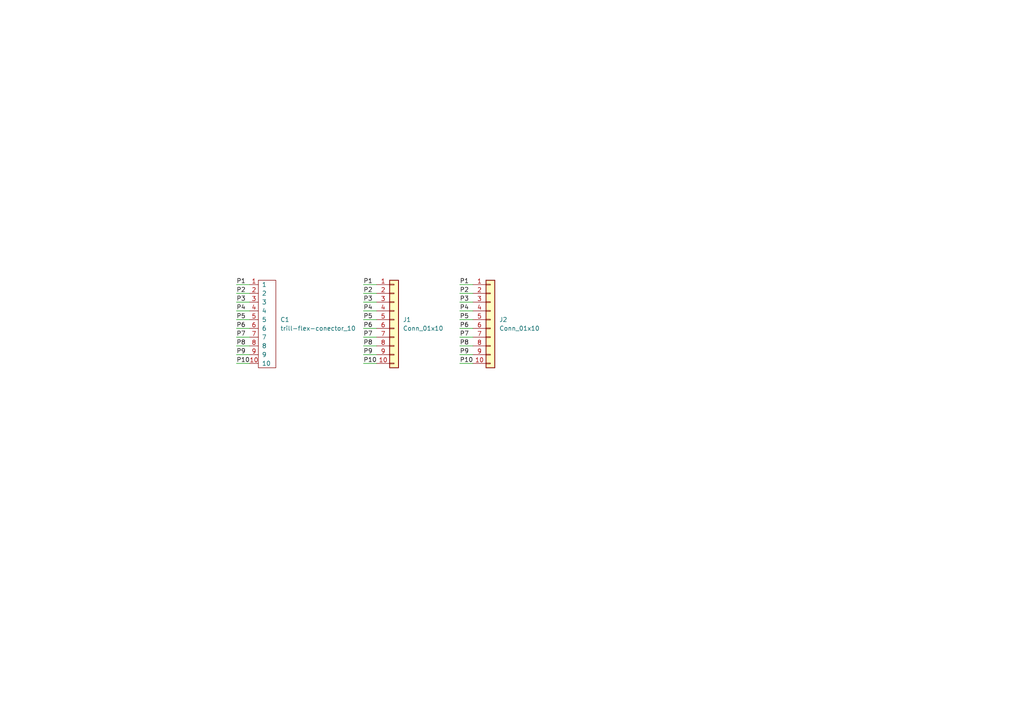
<source format=kicad_sch>
(kicad_sch (version 20211123) (generator eeschema)
  (paper "A4")
  (lib_symbols
    (symbol "Connector_Generic:Conn_01x10" (pin_names (offset 1.016) hide)
      (property "Reference" "J" (at 0 12.7 0))
      (property "Value" "Conn_01x10" (at 0 -15.24 0))
      (symbol "Conn_01x10_1_1"
        (rectangle (start -1.27 -12.573) (end 0 -12.827) (stroke (width 0.1524)))
        (rectangle (start -1.27 -10.033) (end 0 -10.287) (stroke (width 0.1524)))
        (rectangle (start -1.27 -7.493) (end 0 -7.747) (stroke (width 0.1524)))
        (rectangle (start -1.27 -4.953) (end 0 -5.207) (stroke (width 0.1524)))
        (rectangle (start -1.27 -2.413) (end 0 -2.667) (stroke (width 0.1524)))
        (rectangle (start -1.27 0.127) (end 0 -0.127) (stroke (width 0.1524)))
        (rectangle (start -1.27 2.667) (end 0 2.413) (stroke (width 0.1524)))
        (rectangle (start -1.27 5.207) (end 0 4.953) (stroke (width 0.1524)))
        (rectangle (start -1.27 7.747) (end 0 7.493) (stroke (width 0.1524)))
        (rectangle (start -1.27 10.287) (end 0 10.033) (stroke (width 0.1524)))
        (rectangle (start -1.27 11.43) (end 1.27 -13.97) (stroke (width 0.254)) (fill (type background)))
        (pin passive line (at -5.08 10.16 0) (length 3.81) (name "Pin_1") (number "1"))
        (pin passive line (at -5.08 -12.7 0) (length 3.81) (name "Pin_10") (number "10"))
        (pin passive line (at -5.08 7.62 0) (length 3.81) (name "Pin_2") (number "2"))
        (pin passive line (at -5.08 5.08 0) (length 3.81) (name "Pin_3") (number "3"))
        (pin passive line (at -5.08 2.54 0) (length 3.81) (name "Pin_4") (number "4"))
        (pin passive line (at -5.08 0 0) (length 3.81) (name "Pin_5") (number "5"))
        (pin passive line (at -5.08 -2.54 0) (length 3.81) (name "Pin_6") (number "6"))
        (pin passive line (at -5.08 -5.08 0) (length 3.81) (name "Pin_7") (number "7"))
        (pin passive line (at -5.08 -7.62 0) (length 3.81) (name "Pin_8") (number "8"))
        (pin passive line (at -5.08 -10.16 0) (length 3.81) (name "Pin_9") (number "9"))
      )
    )
    (symbol "consolizer:trill-flex-conector_10" (pin_names (offset 1.016))
      (property "Reference" "C" (at 0 2.54 0))
      (property "Value" "trill-flex-conector_10" (at 0 5.08 0))
      (symbol "trill-flex-conector_10_0_1"
        (rectangle (start -2.54 -2.54) (end 2.54 -27.94))
      )
      (symbol "trill-flex-conector_10_1_1"
        (pin input line (at -5.08 -3.81 0) (length 2.54) (name "1") (number "1"))
        (pin input line (at -5.08 -26.67 0) (length 2.54) (name "10") (number "10"))
        (pin input line (at -5.08 -6.35 0) (length 2.54) (name "2") (number "2"))
        (pin input line (at -5.08 -8.89 0) (length 2.54) (name "3") (number "3"))
        (pin input line (at -5.08 -11.43 0) (length 2.54) (name "4") (number "4"))
        (pin input line (at -5.08 -13.97 0) (length 2.54) (name "5") (number "5"))
        (pin input line (at -5.08 -16.51 0) (length 2.54) (name "6") (number "6"))
        (pin input line (at -5.08 -19.05 0) (length 2.54) (name "7") (number "7"))
        (pin input line (at -5.08 -21.59 0) (length 2.54) (name "8") (number "8"))
        (pin input line (at -5.08 -24.13 0) (length 2.54) (name "9") (number "9"))
      )
    )
  )
  (wire (pts (xy 133.35 95.25) (xy 137.16 95.25)))
  (wire (pts (xy 133.35 102.87) (xy 137.16 102.87)))
  (wire (pts (xy 105.41 102.87) (xy 109.22 102.87)))
  (wire (pts (xy 68.58 95.25) (xy 72.39 95.25)))
  (wire (pts (xy 133.35 100.33) (xy 137.16 100.33)))
  (wire (pts (xy 68.58 105.41) (xy 72.39 105.41)))
  (wire (pts (xy 68.58 92.71) (xy 72.39 92.71)))
  (wire (pts (xy 133.35 92.71) (xy 137.16 92.71)))
  (wire (pts (xy 68.58 90.17) (xy 72.39 90.17)))
  (wire (pts (xy 68.58 100.33) (xy 72.39 100.33)))
  (wire (pts (xy 133.35 97.79) (xy 137.16 97.79)))
  (wire (pts (xy 133.35 87.63) (xy 137.16 87.63)))
  (wire (pts (xy 68.58 87.63) (xy 72.39 87.63)))
  (wire (pts (xy 68.58 97.79) (xy 72.39 97.79)))
  (wire (pts (xy 68.58 102.87) (xy 72.39 102.87)))
  (wire (pts (xy 68.58 85.09) (xy 72.39 85.09)))
  (wire (pts (xy 105.41 87.63) (xy 109.22 87.63)))
  (wire (pts (xy 105.41 97.79) (xy 109.22 97.79)))
  (wire (pts (xy 68.58 82.55) (xy 72.39 82.55)))
  (wire (pts (xy 105.41 100.33) (xy 109.22 100.33)))
  (wire (pts (xy 105.41 92.71) (xy 109.22 92.71)))
  (wire (pts (xy 133.35 90.17) (xy 137.16 90.17)))
  (wire (pts (xy 105.41 82.55) (xy 109.22 82.55)))
  (wire (pts (xy 105.41 90.17) (xy 109.22 90.17)))
  (wire (pts (xy 105.41 85.09) (xy 109.22 85.09)))
  (wire (pts (xy 133.35 82.55) (xy 137.16 82.55)))
  (wire (pts (xy 133.35 85.09) (xy 137.16 85.09)))
  (wire (pts (xy 105.41 95.25) (xy 109.22 95.25)))
  (wire (pts (xy 105.41 105.41) (xy 109.22 105.41)))
  (wire (pts (xy 133.35 105.41) (xy 137.16 105.41)))
  (label "P3" (at 68.58 87.63 0))
  (label "P4" (at 105.41 90.17 0))
  (label "P9" (at 68.58 102.87 0))
  (label "P7" (at 105.41 97.79 0))
  (label "P8" (at 133.35 100.33 0))
  (label "P2" (at 105.41 85.09 0))
  (label "P5" (at 105.41 92.71 0))
  (label "P1" (at 68.58 82.55 0))
  (label "P2" (at 68.58 85.09 0))
  (label "P1" (at 133.35 82.55 0))
  (label "P5" (at 133.35 92.71 0))
  (label "P2" (at 133.35 85.09 0))
  (label "P9" (at 105.41 102.87 0))
  (label "P5" (at 68.58 92.71 0))
  (label "P3" (at 105.41 87.63 0))
  (label "P8" (at 105.41 100.33 0))
  (label "P6" (at 133.35 95.25 0))
  (label "P9" (at 133.35 102.87 0))
  (label "P10" (at 68.58 105.41 0))
  (label "P8" (at 68.58 100.33 0))
  (label "P7" (at 68.58 97.79 0))
  (label "P10" (at 105.41 105.41 0))
  (label "P4" (at 133.35 90.17 0))
  (label "P6" (at 68.58 95.25 0))
  (label "P4" (at 68.58 90.17 0))
  (label "P1" (at 105.41 82.55 0))
  (label "P6" (at 105.41 95.25 0))
  (label "P10" (at 133.35 105.41 0))
  (label "P7" (at 133.35 97.79 0))
  (label "P3" (at 133.35 87.63 0))
  (symbol (lib_id "consolizer:trill-flex-conector_10") (at 77.47 78.74 0) (unit 1)
    (property "Reference" "C1" (at 81.28 92.7099 0) (effects (justify left)))
    (property "Value" "trill-flex-conector_10" (at 81.28 95.2499 0) (effects (justify left)))
    (property "Footprint" "consolizer:flex_long_10" (effects hide))
  )
  (symbol (lib_id "Connector_Generic:Conn_01x10") (at 114.3 92.71 0) (unit 1)
    (property "Reference" "J1" (at 116.84 92.7099 0) (effects (justify left)))
    (property "Value" "Conn_01x10" (at 116.84 95.2499 0) (effects (justify left)))
    (property "Footprint" "Connector_FFC-FPC:Hirose_FH12-10S-0.5SH_1x10-1MP_P0.50mm_Horizontal" (effects hide))
  )
  (symbol (lib_id "Connector_Generic:Conn_01x10") (at 142.24 92.71 0) (unit 1)
    (property "Reference" "J2" (at 144.78 92.7099 0) (effects (justify left)))
    (property "Value" "Conn_01x10" (at 144.78 95.2499 0) (effects (justify left)))
    (property "Footprint" "Connector_FFC-FPC:Hirose_FH12-10S-0.5SH_1x10-1MP_P0.50mm_Horizontal" (effects hide))
  )
)
</source>
